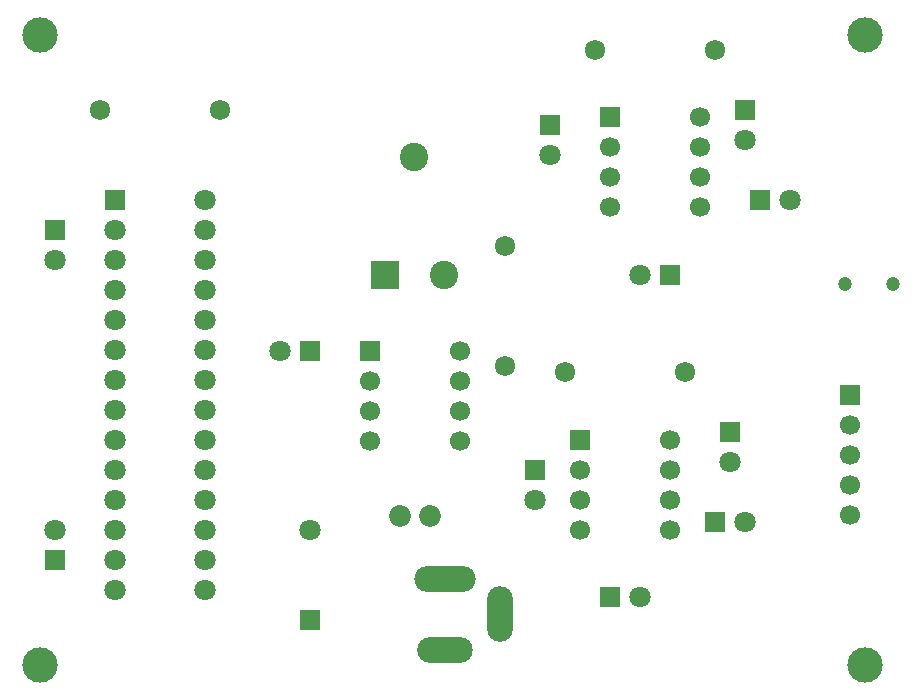
<source format=gbr>
G04 DipTrace 3.3.0.1*
G04 BottomMask.gbr*
%MOMM*%
G04 #@! TF.FileFunction,Soldermask,Bot*
G04 #@! TF.Part,Single*
%ADD34C,3.0*%
%ADD35C,1.2*%
%ADD44C,1.7*%
%ADD46C,1.7*%
%ADD48R,1.7X1.7*%
%ADD50C,2.4*%
%ADD52R,2.4X2.4*%
%ADD54C,1.724*%
%ADD56C,1.724*%
%ADD58O,2.2X4.7*%
%ADD60O,5.2X2.2*%
%ADD62O,4.7X2.2*%
%ADD70C,1.85*%
%ADD72C,1.8*%
%ADD73R,1.8X1.8*%
%FSLAX35Y35*%
G04*
G71*
G90*
G75*
G01*
G04 BotMask*
%LPD*%
D73*
X3671000Y4036000D3*
D72*
X3417000D3*
D70*
X4433000Y2639000D3*
X4687000D3*
D73*
X3667000Y1762000D3*
D72*
Y2524000D3*
X5699000Y5699000D3*
D73*
Y5953000D3*
D72*
X6461000Y4683000D3*
D73*
X6715000D3*
D72*
X7731000Y5318000D3*
D73*
X7477000D3*
D72*
X7350000Y5826000D3*
D73*
Y6080000D3*
D72*
X5572000Y2778000D3*
D73*
Y3032000D3*
D72*
X6461000Y1952500D3*
D73*
X6207000D3*
D72*
X7350000Y2587500D3*
D73*
X7096000D3*
D72*
X7223000Y3095500D3*
D73*
Y3349500D3*
D72*
X1508000Y2524000D3*
D73*
Y2270000D3*
D72*
Y4810000D3*
D73*
Y5064000D3*
D34*
X1381000Y6715000D3*
X8366000D3*
X1381000Y1381000D3*
X8366000D3*
D35*
X8603000Y4602000D3*
X8203000D3*
D62*
X4810000Y1508000D3*
D60*
Y2108000D3*
D58*
X5280000Y1808000D3*
D56*
X5322000Y4925000D3*
D54*
Y3909000D3*
D52*
X4302000Y4683000D3*
D50*
X4552000Y5683000D3*
X4802000Y4683000D3*
D56*
X7096000Y6588000D3*
D54*
X6080000D3*
D56*
X6842000Y3857500D3*
D54*
X5826000D3*
D56*
X2905000Y6080000D3*
D54*
X1889000D3*
D48*
X8239000Y3667000D3*
D46*
Y3413000D3*
Y3159000D3*
Y2905000D3*
Y2651000D3*
D48*
X6207000Y6016500D3*
D46*
Y5762500D3*
Y5508500D3*
Y5254500D3*
X6969000D3*
Y5508500D3*
Y5762500D3*
Y6016500D3*
D48*
X5953000Y3286000D3*
D46*
Y3032000D3*
Y2778000D3*
Y2524000D3*
X6715000D3*
Y2778000D3*
Y3032000D3*
Y3286000D3*
D73*
X2016000Y5318000D3*
D72*
Y5064000D3*
Y4810000D3*
Y4556000D3*
Y4302000D3*
Y4048000D3*
Y3794000D3*
Y3540000D3*
Y3286000D3*
Y3032000D3*
Y2778000D3*
Y2524000D3*
Y2270000D3*
Y2016000D3*
X2778000D3*
Y2270000D3*
Y2524000D3*
Y2778000D3*
Y3032000D3*
Y3286000D3*
Y3540000D3*
Y3794000D3*
Y4048000D3*
Y4302000D3*
Y4556000D3*
Y4810000D3*
Y5064000D3*
Y5318000D3*
D48*
X4179000Y4036000D3*
D44*
Y3782000D3*
Y3528000D3*
Y3274000D3*
X4941000D3*
Y3528000D3*
Y3782000D3*
Y4036000D3*
M02*

</source>
